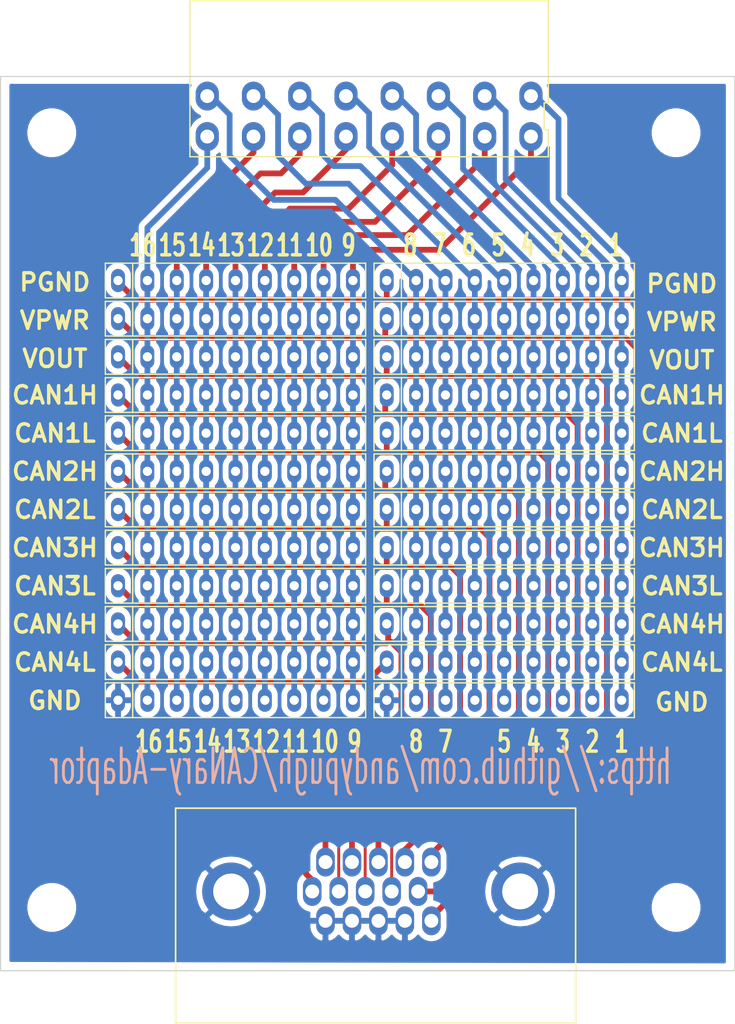
<source format=kicad_pcb>
(kicad_pcb (version 20171130) (host pcbnew "(5.1.9-0-10_14)")
  (layers (0 F.Cu signal) (31 B.Cu signal) (34 B.Paste user) (35 F.Paste user) (36 B.SilkS user) (37 F.SilkS user) (38 B.Mask user) (39 F.Mask user) (44 Edge.Cuts user))
  (net 0 "")
  (net 1 "Net-(J1-Pad1)")
  (module MyParts:SIP-9 (layer F.Cu) (at 159.131 81.782)
    (fp_text reference REF** hide)
    (fp_text value SIP-9 hide)
    (pad 1 thru_hole oval (at -10.16 0) (size 1.2 2) (drill 0.8) (layers *.Cu *.Mask))
    (pad 2 thru_hole oval (at -7.62 0) (size 1.2 2) (drill 0.8) (layers *.Cu *.Mask))
    (pad 3 thru_hole oval (at -5.08 0) (size 1.2 2) (drill 0.8) (layers *.Cu *.Mask))
    (pad 4 thru_hole oval (at -2.54 0) (size 1.2 2) (drill 0.8) (layers *.Cu *.Mask))
    (pad 5 thru_hole oval (at 0 0) (size 1.2 2) (drill 0.8) (layers *.Cu *.Mask))
    (pad 6 thru_hole oval (at 2.54 0) (size 1.2 2) (drill 0.8) (layers *.Cu *.Mask))
    (pad 7 thru_hole oval (at 5.08 0) (size 1.2 2) (drill 0.8) (layers *.Cu *.Mask))
    (pad 8 thru_hole oval (at 7.62 0) (size 1.2 2) (drill 0.8) (layers *.Cu *.Mask))
    (pad 9 thru_hole oval (at 10.16 0) (size 1.2 2) (drill 0.8) (layers *.Cu *.Mask))
  )
  (module MyParts:SIP-9 (layer F.Cu) (at 159.131 101.582)
    (fp_text reference REF** hide)
    (fp_text value SIP-9 hide)
    (pad 1 thru_hole oval (at -10.16 0) (size 1.2 2) (drill 0.8) (layers *.Cu *.Mask))
    (pad 2 thru_hole oval (at -7.62 0) (size 1.2 2) (drill 0.8) (layers *.Cu *.Mask))
    (pad 3 thru_hole oval (at -5.08 0) (size 1.2 2) (drill 0.8) (layers *.Cu *.Mask))
    (pad 4 thru_hole oval (at -2.54 0) (size 1.2 2) (drill 0.8) (layers *.Cu *.Mask))
    (pad 5 thru_hole oval (at 0 0) (size 1.2 2) (drill 0.8) (layers *.Cu *.Mask))
    (pad 6 thru_hole oval (at 2.54 0) (size 1.2 2) (drill 0.8) (layers *.Cu *.Mask))
    (pad 7 thru_hole oval (at 5.08 0) (size 1.2 2) (drill 0.8) (layers *.Cu *.Mask))
    (pad 8 thru_hole oval (at 7.62 0) (size 1.2 2) (drill 0.8) (layers *.Cu *.Mask))
    (pad 9 thru_hole oval (at 10.16 0) (size 1.2 2) (drill 0.8) (layers *.Cu *.Mask))
  )
  (module Mounting_Holes:MountingHole_3.2mm_M3 (layer F.Cu) (at 174 136)
    (fp_text reference REF** hide)
    (fp_text value MountingHole_3.2mm_M3 hide)
    (pad 1 np_thru_hole circle (at 0 0) (size 3.2 3.2) (drill 3.2) (layers *.Cu *.Mask))
  )
  (module Mounting_Holes:MountingHole_3.2mm_M3 (layer F.Cu) (at 120 136)
    (fp_text reference REF** hide)
    (fp_text value MountingHole_3.2mm_M3 hide)
    (pad 1 np_thru_hole circle (at 0 0) (size 3.2 3.2) (drill 3.2) (layers *.Cu *.Mask))
  )
  (module Mounting_Holes:MountingHole_3.2mm_M3 (layer F.Cu) (at 174 69)
    (fp_text reference REF** hide)
    (fp_text value MountingHole_3.2mm_M3 hide)
    (pad 1 np_thru_hole circle (at 0 0) (size 3.2 3.2) (drill 3.2) (layers *.Cu *.Mask))
  )
  (module Mounting_Holes:MountingHole_3.2mm_M3 (layer F.Cu) (at 120 69)
    (fp_text reference REF** hide)
    (fp_text value MountingHole_3.2mm_M3 hide)
    (pad 1 np_thru_hole circle (at 0 0) (size 3.2 3.2) (drill 3.2) (layers *.Cu *.Mask))
  )
  (module MyParts:OBD11 (layer F.Cu) (at 147.447 67.579 180)
    (fp_text reference REF** hide)
    (fp_text value OBD11)
    (pad 8 thru_hole oval (at 14 1.75 180) (size 2 2.5) (drill 1.2) (layers *.Cu *.Mask))
    (pad 16 thru_hole oval (at 14 -1.75 180) (size 2 2.5) (drill 1.2) (layers *.Cu *.Mask))
    (pad 7 thru_hole oval (at 10 1.75 180) (size 2 2.5) (drill 1.2) (layers *.Cu *.Mask))
    (pad 15 thru_hole oval (at 10 -1.75 180) (size 2 2.5) (drill 1.2) (layers *.Cu *.Mask))
    (pad 6 thru_hole oval (at 6 1.75 180) (size 2 2.5) (drill 1.2) (layers *.Cu *.Mask))
    (pad 14 thru_hole oval (at 6 -1.75 180) (size 2 2.5) (drill 1.2) (layers *.Cu *.Mask))
    (pad 5 thru_hole oval (at 2 1.75 180) (size 2 2.5) (drill 1.2) (layers *.Cu *.Mask))
    (pad 13 thru_hole oval (at 2 -1.75 180) (size 2 2.5) (drill 1.2) (layers *.Cu *.Mask))
    (pad 4 thru_hole oval (at -2 1.75 180) (size 2 2.5) (drill 1.2) (layers *.Cu *.Mask))
    (pad 12 thru_hole oval (at -2 -1.75 180) (size 2 2.5) (drill 1.2) (layers *.Cu *.Mask))
    (pad 3 thru_hole oval (at -6 1.75 180) (size 2 2.5) (drill 1.2) (layers *.Cu *.Mask))
    (pad 11 thru_hole oval (at -6 -1.75 180) (size 2 2.5) (drill 1.2) (layers *.Cu *.Mask))
    (pad 2 thru_hole oval (at -10 1.75 180) (size 2 2.5) (drill 1.2) (layers *.Cu *.Mask))
    (pad 10 thru_hole oval (at -10 -1.75 180) (size 2 2.5) (drill 1.2) (layers *.Cu *.Mask))
    (pad 1 thru_hole oval (at -14 1.75 180) (size 2 2.5) (drill 1.2) (layers *.Cu *.Mask))
    (pad 9 thru_hole oval (at -14 -1.75 180) (size 2 2.5) (drill 1.2) (layers *.Cu *.Mask))
  )
  (module MyParts:SIP-9 (layer F.Cu) (at 135.89 118.082)
    (fp_text reference REF** hide)
    (fp_text value SIP-9 hide)
    (pad 9 thru_hole oval (at 10.16 0) (size 1.2 2) (drill 0.8) (layers *.Cu *.Mask))
    (pad 8 thru_hole oval (at 7.62 0) (size 1.2 2) (drill 0.8) (layers *.Cu *.Mask))
    (pad 7 thru_hole oval (at 5.08 0) (size 1.2 2) (drill 0.8) (layers *.Cu *.Mask))
    (pad 6 thru_hole oval (at 2.54 0) (size 1.2 2) (drill 0.8) (layers *.Cu *.Mask))
    (pad 5 thru_hole oval (at 0 0) (size 1.2 2) (drill 0.8) (layers *.Cu *.Mask))
    (pad 4 thru_hole oval (at -2.54 0) (size 1.2 2) (drill 0.8) (layers *.Cu *.Mask))
    (pad 3 thru_hole oval (at -5.08 0) (size 1.2 2) (drill 0.8) (layers *.Cu *.Mask))
    (pad 2 thru_hole oval (at -7.62 0) (size 1.2 2) (drill 0.8) (layers *.Cu *.Mask))
    (pad 1 thru_hole oval (at -10.16 0) (size 1.2 2) (drill 0.8) (layers *.Cu *.Mask) (net 1 "Net-(J1-Pad1)"))
  )
  (module MyParts:SIP-9 (layer F.Cu) (at 135.89 114.782)
    (fp_text reference REF** hide)
    (fp_text value SIP-9 hide)
    (pad 9 thru_hole oval (at 10.16 0) (size 1.2 2) (drill 0.8) (layers *.Cu *.Mask))
    (pad 8 thru_hole oval (at 7.62 0) (size 1.2 2) (drill 0.8) (layers *.Cu *.Mask))
    (pad 7 thru_hole oval (at 5.08 0) (size 1.2 2) (drill 0.8) (layers *.Cu *.Mask))
    (pad 6 thru_hole oval (at 2.54 0) (size 1.2 2) (drill 0.8) (layers *.Cu *.Mask))
    (pad 5 thru_hole oval (at 0 0) (size 1.2 2) (drill 0.8) (layers *.Cu *.Mask))
    (pad 4 thru_hole oval (at -2.54 0) (size 1.2 2) (drill 0.8) (layers *.Cu *.Mask))
    (pad 3 thru_hole oval (at -5.08 0) (size 1.2 2) (drill 0.8) (layers *.Cu *.Mask))
    (pad 2 thru_hole oval (at -7.62 0) (size 1.2 2) (drill 0.8) (layers *.Cu *.Mask))
    (pad 1 thru_hole oval (at -10.16 0) (size 1.2 2) (drill 0.8) (layers *.Cu *.Mask))
  )
  (module MyParts:SIP-9 (layer F.Cu) (at 135.89 111.482)
    (fp_text reference REF** hide)
    (fp_text value SIP-9 hide)
    (pad 9 thru_hole oval (at 10.16 0) (size 1.2 2) (drill 0.8) (layers *.Cu *.Mask))
    (pad 8 thru_hole oval (at 7.62 0) (size 1.2 2) (drill 0.8) (layers *.Cu *.Mask))
    (pad 7 thru_hole oval (at 5.08 0) (size 1.2 2) (drill 0.8) (layers *.Cu *.Mask))
    (pad 6 thru_hole oval (at 2.54 0) (size 1.2 2) (drill 0.8) (layers *.Cu *.Mask))
    (pad 5 thru_hole oval (at 0 0) (size 1.2 2) (drill 0.8) (layers *.Cu *.Mask))
    (pad 4 thru_hole oval (at -2.54 0) (size 1.2 2) (drill 0.8) (layers *.Cu *.Mask))
    (pad 3 thru_hole oval (at -5.08 0) (size 1.2 2) (drill 0.8) (layers *.Cu *.Mask))
    (pad 2 thru_hole oval (at -7.62 0) (size 1.2 2) (drill 0.8) (layers *.Cu *.Mask))
    (pad 1 thru_hole oval (at -10.16 0) (size 1.2 2) (drill 0.8) (layers *.Cu *.Mask))
  )
  (module MyParts:SIP-9 (layer F.Cu) (at 135.89 108.182)
    (fp_text reference REF** hide)
    (fp_text value SIP-9 hide)
    (pad 9 thru_hole oval (at 10.16 0) (size 1.2 2) (drill 0.8) (layers *.Cu *.Mask))
    (pad 8 thru_hole oval (at 7.62 0) (size 1.2 2) (drill 0.8) (layers *.Cu *.Mask))
    (pad 7 thru_hole oval (at 5.08 0) (size 1.2 2) (drill 0.8) (layers *.Cu *.Mask))
    (pad 6 thru_hole oval (at 2.54 0) (size 1.2 2) (drill 0.8) (layers *.Cu *.Mask))
    (pad 5 thru_hole oval (at 0 0) (size 1.2 2) (drill 0.8) (layers *.Cu *.Mask))
    (pad 4 thru_hole oval (at -2.54 0) (size 1.2 2) (drill 0.8) (layers *.Cu *.Mask))
    (pad 3 thru_hole oval (at -5.08 0) (size 1.2 2) (drill 0.8) (layers *.Cu *.Mask))
    (pad 2 thru_hole oval (at -7.62 0) (size 1.2 2) (drill 0.8) (layers *.Cu *.Mask))
    (pad 1 thru_hole oval (at -10.16 0) (size 1.2 2) (drill 0.8) (layers *.Cu *.Mask))
  )
  (module MyParts:SIP-9 (layer F.Cu) (at 135.89 104.882)
    (fp_text reference REF** hide)
    (fp_text value SIP-9 hide)
    (pad 9 thru_hole oval (at 10.16 0) (size 1.2 2) (drill 0.8) (layers *.Cu *.Mask))
    (pad 8 thru_hole oval (at 7.62 0) (size 1.2 2) (drill 0.8) (layers *.Cu *.Mask))
    (pad 7 thru_hole oval (at 5.08 0) (size 1.2 2) (drill 0.8) (layers *.Cu *.Mask))
    (pad 6 thru_hole oval (at 2.54 0) (size 1.2 2) (drill 0.8) (layers *.Cu *.Mask))
    (pad 5 thru_hole oval (at 0 0) (size 1.2 2) (drill 0.8) (layers *.Cu *.Mask))
    (pad 4 thru_hole oval (at -2.54 0) (size 1.2 2) (drill 0.8) (layers *.Cu *.Mask))
    (pad 3 thru_hole oval (at -5.08 0) (size 1.2 2) (drill 0.8) (layers *.Cu *.Mask))
    (pad 2 thru_hole oval (at -7.62 0) (size 1.2 2) (drill 0.8) (layers *.Cu *.Mask))
    (pad 1 thru_hole oval (at -10.16 0) (size 1.2 2) (drill 0.8) (layers *.Cu *.Mask))
  )
  (module MyParts:SIP-9 (layer F.Cu) (at 135.89 101.582)
    (fp_text reference REF** hide)
    (fp_text value SIP-9 hide)
    (pad 9 thru_hole oval (at 10.16 0) (size 1.2 2) (drill 0.8) (layers *.Cu *.Mask))
    (pad 8 thru_hole oval (at 7.62 0) (size 1.2 2) (drill 0.8) (layers *.Cu *.Mask))
    (pad 7 thru_hole oval (at 5.08 0) (size 1.2 2) (drill 0.8) (layers *.Cu *.Mask))
    (pad 6 thru_hole oval (at 2.54 0) (size 1.2 2) (drill 0.8) (layers *.Cu *.Mask))
    (pad 5 thru_hole oval (at 0 0) (size 1.2 2) (drill 0.8) (layers *.Cu *.Mask))
    (pad 4 thru_hole oval (at -2.54 0) (size 1.2 2) (drill 0.8) (layers *.Cu *.Mask))
    (pad 3 thru_hole oval (at -5.08 0) (size 1.2 2) (drill 0.8) (layers *.Cu *.Mask))
    (pad 2 thru_hole oval (at -7.62 0) (size 1.2 2) (drill 0.8) (layers *.Cu *.Mask))
    (pad 1 thru_hole oval (at -10.16 0) (size 1.2 2) (drill 0.8) (layers *.Cu *.Mask))
  )
  (module MyParts:SIP-9 (layer F.Cu) (at 135.89 98.282)
    (fp_text reference REF** hide)
    (fp_text value SIP-9 hide)
    (pad 9 thru_hole oval (at 10.16 0) (size 1.2 2) (drill 0.8) (layers *.Cu *.Mask))
    (pad 8 thru_hole oval (at 7.62 0) (size 1.2 2) (drill 0.8) (layers *.Cu *.Mask))
    (pad 7 thru_hole oval (at 5.08 0) (size 1.2 2) (drill 0.8) (layers *.Cu *.Mask))
    (pad 6 thru_hole oval (at 2.54 0) (size 1.2 2) (drill 0.8) (layers *.Cu *.Mask))
    (pad 5 thru_hole oval (at 0 0) (size 1.2 2) (drill 0.8) (layers *.Cu *.Mask))
    (pad 4 thru_hole oval (at -2.54 0) (size 1.2 2) (drill 0.8) (layers *.Cu *.Mask))
    (pad 3 thru_hole oval (at -5.08 0) (size 1.2 2) (drill 0.8) (layers *.Cu *.Mask))
    (pad 2 thru_hole oval (at -7.62 0) (size 1.2 2) (drill 0.8) (layers *.Cu *.Mask))
    (pad 1 thru_hole oval (at -10.16 0) (size 1.2 2) (drill 0.8) (layers *.Cu *.Mask))
  )
  (module MyParts:SIP-9 (layer F.Cu) (at 135.89 94.982)
    (fp_text reference REF** hide)
    (fp_text value SIP-9 hide)
    (pad 9 thru_hole oval (at 10.16 0) (size 1.2 2) (drill 0.8) (layers *.Cu *.Mask))
    (pad 8 thru_hole oval (at 7.62 0) (size 1.2 2) (drill 0.8) (layers *.Cu *.Mask))
    (pad 7 thru_hole oval (at 5.08 0) (size 1.2 2) (drill 0.8) (layers *.Cu *.Mask))
    (pad 6 thru_hole oval (at 2.54 0) (size 1.2 2) (drill 0.8) (layers *.Cu *.Mask))
    (pad 5 thru_hole oval (at 0 0) (size 1.2 2) (drill 0.8) (layers *.Cu *.Mask))
    (pad 4 thru_hole oval (at -2.54 0) (size 1.2 2) (drill 0.8) (layers *.Cu *.Mask))
    (pad 3 thru_hole oval (at -5.08 0) (size 1.2 2) (drill 0.8) (layers *.Cu *.Mask))
    (pad 2 thru_hole oval (at -7.62 0) (size 1.2 2) (drill 0.8) (layers *.Cu *.Mask))
    (pad 1 thru_hole oval (at -10.16 0) (size 1.2 2) (drill 0.8) (layers *.Cu *.Mask))
  )
  (module MyParts:SIP-9 (layer F.Cu) (at 135.89 91.682)
    (fp_text reference REF** hide)
    (fp_text value SIP-9 hide)
    (pad 9 thru_hole oval (at 10.16 0) (size 1.2 2) (drill 0.8) (layers *.Cu *.Mask))
    (pad 8 thru_hole oval (at 7.62 0) (size 1.2 2) (drill 0.8) (layers *.Cu *.Mask))
    (pad 7 thru_hole oval (at 5.08 0) (size 1.2 2) (drill 0.8) (layers *.Cu *.Mask))
    (pad 6 thru_hole oval (at 2.54 0) (size 1.2 2) (drill 0.8) (layers *.Cu *.Mask))
    (pad 5 thru_hole oval (at 0 0) (size 1.2 2) (drill 0.8) (layers *.Cu *.Mask))
    (pad 4 thru_hole oval (at -2.54 0) (size 1.2 2) (drill 0.8) (layers *.Cu *.Mask))
    (pad 3 thru_hole oval (at -5.08 0) (size 1.2 2) (drill 0.8) (layers *.Cu *.Mask))
    (pad 2 thru_hole oval (at -7.62 0) (size 1.2 2) (drill 0.8) (layers *.Cu *.Mask))
    (pad 1 thru_hole oval (at -10.16 0) (size 1.2 2) (drill 0.8) (layers *.Cu *.Mask))
  )
  (module MyParts:SIP-9 (layer F.Cu) (at 135.89 88.382)
    (fp_text reference REF** hide)
    (fp_text value SIP-9 hide)
    (pad 9 thru_hole oval (at 10.16 0) (size 1.2 2) (drill 0.8) (layers *.Cu *.Mask))
    (pad 8 thru_hole oval (at 7.62 0) (size 1.2 2) (drill 0.8) (layers *.Cu *.Mask))
    (pad 7 thru_hole oval (at 5.08 0) (size 1.2 2) (drill 0.8) (layers *.Cu *.Mask))
    (pad 6 thru_hole oval (at 2.54 0) (size 1.2 2) (drill 0.8) (layers *.Cu *.Mask))
    (pad 5 thru_hole oval (at 0 0) (size 1.2 2) (drill 0.8) (layers *.Cu *.Mask))
    (pad 4 thru_hole oval (at -2.54 0) (size 1.2 2) (drill 0.8) (layers *.Cu *.Mask))
    (pad 3 thru_hole oval (at -5.08 0) (size 1.2 2) (drill 0.8) (layers *.Cu *.Mask))
    (pad 2 thru_hole oval (at -7.62 0) (size 1.2 2) (drill 0.8) (layers *.Cu *.Mask))
    (pad 1 thru_hole oval (at -10.16 0) (size 1.2 2) (drill 0.8) (layers *.Cu *.Mask))
  )
  (module MyParts:SIP-9 (layer F.Cu) (at 135.89 85.082)
    (fp_text reference REF** hide)
    (fp_text value SIP-9 hide)
    (pad 9 thru_hole oval (at 10.16 0) (size 1.2 2) (drill 0.8) (layers *.Cu *.Mask))
    (pad 8 thru_hole oval (at 7.62 0) (size 1.2 2) (drill 0.8) (layers *.Cu *.Mask))
    (pad 7 thru_hole oval (at 5.08 0) (size 1.2 2) (drill 0.8) (layers *.Cu *.Mask))
    (pad 6 thru_hole oval (at 2.54 0) (size 1.2 2) (drill 0.8) (layers *.Cu *.Mask))
    (pad 5 thru_hole oval (at 0 0) (size 1.2 2) (drill 0.8) (layers *.Cu *.Mask))
    (pad 4 thru_hole oval (at -2.54 0) (size 1.2 2) (drill 0.8) (layers *.Cu *.Mask))
    (pad 3 thru_hole oval (at -5.08 0) (size 1.2 2) (drill 0.8) (layers *.Cu *.Mask))
    (pad 2 thru_hole oval (at -7.62 0) (size 1.2 2) (drill 0.8) (layers *.Cu *.Mask))
    (pad 1 thru_hole oval (at -10.16 0) (size 1.2 2) (drill 0.8) (layers *.Cu *.Mask))
  )
  (module MyParts:SIP-9 (layer F.Cu) (at 135.89 81.782)
    (fp_text reference REF** hide)
    (fp_text value SIP-9 hide)
    (pad 9 thru_hole oval (at 10.16 0) (size 1.2 2) (drill 0.8) (layers *.Cu *.Mask))
    (pad 8 thru_hole oval (at 7.62 0) (size 1.2 2) (drill 0.8) (layers *.Cu *.Mask))
    (pad 7 thru_hole oval (at 5.08 0) (size 1.2 2) (drill 0.8) (layers *.Cu *.Mask))
    (pad 6 thru_hole oval (at 2.54 0) (size 1.2 2) (drill 0.8) (layers *.Cu *.Mask))
    (pad 5 thru_hole oval (at 0 0) (size 1.2 2) (drill 0.8) (layers *.Cu *.Mask))
    (pad 4 thru_hole oval (at -2.54 0) (size 1.2 2) (drill 0.8) (layers *.Cu *.Mask))
    (pad 3 thru_hole oval (at -5.08 0) (size 1.2 2) (drill 0.8) (layers *.Cu *.Mask))
    (pad 2 thru_hole oval (at -7.62 0) (size 1.2 2) (drill 0.8) (layers *.Cu *.Mask))
    (pad 1 thru_hole oval (at -10.16 0) (size 1.2 2) (drill 0.8) (layers *.Cu *.Mask))
  )
  (module MyParts:SIP-9 (layer F.Cu) (at 159.131 118.082)
    (fp_text reference REF** hide)
    (fp_text value SIP-9 hide)
    (pad 1 thru_hole oval (at -10.16 0) (size 1.2 2) (drill 0.8) (layers *.Cu *.Mask) (net 1 "Net-(J1-Pad1)"))
    (pad 2 thru_hole oval (at -7.62 0) (size 1.2 2) (drill 0.8) (layers *.Cu *.Mask))
    (pad 3 thru_hole oval (at -5.08 0) (size 1.2 2) (drill 0.8) (layers *.Cu *.Mask))
    (pad 4 thru_hole oval (at -2.54 0) (size 1.2 2) (drill 0.8) (layers *.Cu *.Mask))
    (pad 5 thru_hole oval (at 0 0) (size 1.2 2) (drill 0.8) (layers *.Cu *.Mask))
    (pad 6 thru_hole oval (at 2.54 0) (size 1.2 2) (drill 0.8) (layers *.Cu *.Mask))
    (pad 7 thru_hole oval (at 5.08 0) (size 1.2 2) (drill 0.8) (layers *.Cu *.Mask))
    (pad 8 thru_hole oval (at 7.62 0) (size 1.2 2) (drill 0.8) (layers *.Cu *.Mask))
    (pad 9 thru_hole oval (at 10.16 0) (size 1.2 2) (drill 0.8) (layers *.Cu *.Mask))
  )
  (module MyParts:SIP-9 (layer F.Cu) (at 159.131 114.782)
    (fp_text reference REF** hide)
    (fp_text value SIP-9 hide)
    (pad 1 thru_hole oval (at -10.16 0) (size 1.2 2) (drill 0.8) (layers *.Cu *.Mask))
    (pad 2 thru_hole oval (at -7.62 0) (size 1.2 2) (drill 0.8) (layers *.Cu *.Mask))
    (pad 3 thru_hole oval (at -5.08 0) (size 1.2 2) (drill 0.8) (layers *.Cu *.Mask))
    (pad 4 thru_hole oval (at -2.54 0) (size 1.2 2) (drill 0.8) (layers *.Cu *.Mask))
    (pad 5 thru_hole oval (at 0 0) (size 1.2 2) (drill 0.8) (layers *.Cu *.Mask))
    (pad 6 thru_hole oval (at 2.54 0) (size 1.2 2) (drill 0.8) (layers *.Cu *.Mask))
    (pad 7 thru_hole oval (at 5.08 0) (size 1.2 2) (drill 0.8) (layers *.Cu *.Mask))
    (pad 8 thru_hole oval (at 7.62 0) (size 1.2 2) (drill 0.8) (layers *.Cu *.Mask))
    (pad 9 thru_hole oval (at 10.16 0) (size 1.2 2) (drill 0.8) (layers *.Cu *.Mask))
  )
  (module MyParts:SIP-9 (layer F.Cu) (at 159.131 111.482)
    (fp_text reference REF** hide)
    (fp_text value SIP-9 hide)
    (pad 1 thru_hole oval (at -10.16 0) (size 1.2 2) (drill 0.8) (layers *.Cu *.Mask))
    (pad 2 thru_hole oval (at -7.62 0) (size 1.2 2) (drill 0.8) (layers *.Cu *.Mask))
    (pad 3 thru_hole oval (at -5.08 0) (size 1.2 2) (drill 0.8) (layers *.Cu *.Mask))
    (pad 4 thru_hole oval (at -2.54 0) (size 1.2 2) (drill 0.8) (layers *.Cu *.Mask))
    (pad 5 thru_hole oval (at 0 0) (size 1.2 2) (drill 0.8) (layers *.Cu *.Mask))
    (pad 6 thru_hole oval (at 2.54 0) (size 1.2 2) (drill 0.8) (layers *.Cu *.Mask))
    (pad 7 thru_hole oval (at 5.08 0) (size 1.2 2) (drill 0.8) (layers *.Cu *.Mask))
    (pad 8 thru_hole oval (at 7.62 0) (size 1.2 2) (drill 0.8) (layers *.Cu *.Mask))
    (pad 9 thru_hole oval (at 10.16 0) (size 1.2 2) (drill 0.8) (layers *.Cu *.Mask))
  )
  (module MyParts:SIP-9 (layer F.Cu) (at 159.131 108.182)
    (fp_text reference REF** hide)
    (fp_text value SIP-9 hide)
    (pad 1 thru_hole oval (at -10.16 0) (size 1.2 2) (drill 0.8) (layers *.Cu *.Mask))
    (pad 2 thru_hole oval (at -7.62 0) (size 1.2 2) (drill 0.8) (layers *.Cu *.Mask))
    (pad 3 thru_hole oval (at -5.08 0) (size 1.2 2) (drill 0.8) (layers *.Cu *.Mask))
    (pad 4 thru_hole oval (at -2.54 0) (size 1.2 2) (drill 0.8) (layers *.Cu *.Mask))
    (pad 5 thru_hole oval (at 0 0) (size 1.2 2) (drill 0.8) (layers *.Cu *.Mask))
    (pad 6 thru_hole oval (at 2.54 0) (size 1.2 2) (drill 0.8) (layers *.Cu *.Mask))
    (pad 7 thru_hole oval (at 5.08 0) (size 1.2 2) (drill 0.8) (layers *.Cu *.Mask))
    (pad 8 thru_hole oval (at 7.62 0) (size 1.2 2) (drill 0.8) (layers *.Cu *.Mask))
    (pad 9 thru_hole oval (at 10.16 0) (size 1.2 2) (drill 0.8) (layers *.Cu *.Mask))
  )
  (module MyParts:SIP-9 (layer F.Cu) (at 159.131 104.882)
    (fp_text reference REF** hide)
    (fp_text value SIP-9 hide)
    (pad 1 thru_hole oval (at -10.16 0) (size 1.2 2) (drill 0.8) (layers *.Cu *.Mask))
    (pad 2 thru_hole oval (at -7.62 0) (size 1.2 2) (drill 0.8) (layers *.Cu *.Mask))
    (pad 3 thru_hole oval (at -5.08 0) (size 1.2 2) (drill 0.8) (layers *.Cu *.Mask))
    (pad 4 thru_hole oval (at -2.54 0) (size 1.2 2) (drill 0.8) (layers *.Cu *.Mask))
    (pad 5 thru_hole oval (at 0 0) (size 1.2 2) (drill 0.8) (layers *.Cu *.Mask))
    (pad 6 thru_hole oval (at 2.54 0) (size 1.2 2) (drill 0.8) (layers *.Cu *.Mask))
    (pad 7 thru_hole oval (at 5.08 0) (size 1.2 2) (drill 0.8) (layers *.Cu *.Mask))
    (pad 8 thru_hole oval (at 7.62 0) (size 1.2 2) (drill 0.8) (layers *.Cu *.Mask))
    (pad 9 thru_hole oval (at 10.16 0) (size 1.2 2) (drill 0.8) (layers *.Cu *.Mask))
  )
  (module MyParts:SIP-9 (layer F.Cu) (at 159.131 98.282)
    (fp_text reference REF** hide)
    (fp_text value SIP-9 hide)
    (pad 1 thru_hole oval (at -10.16 0) (size 1.2 2) (drill 0.8) (layers *.Cu *.Mask))
    (pad 2 thru_hole oval (at -7.62 0) (size 1.2 2) (drill 0.8) (layers *.Cu *.Mask))
    (pad 3 thru_hole oval (at -5.08 0) (size 1.2 2) (drill 0.8) (layers *.Cu *.Mask))
    (pad 4 thru_hole oval (at -2.54 0) (size 1.2 2) (drill 0.8) (layers *.Cu *.Mask))
    (pad 5 thru_hole oval (at 0 0) (size 1.2 2) (drill 0.8) (layers *.Cu *.Mask))
    (pad 6 thru_hole oval (at 2.54 0) (size 1.2 2) (drill 0.8) (layers *.Cu *.Mask))
    (pad 7 thru_hole oval (at 5.08 0) (size 1.2 2) (drill 0.8) (layers *.Cu *.Mask))
    (pad 8 thru_hole oval (at 7.62 0) (size 1.2 2) (drill 0.8) (layers *.Cu *.Mask))
    (pad 9 thru_hole oval (at 10.16 0) (size 1.2 2) (drill 0.8) (layers *.Cu *.Mask))
  )
  (module MyParts:SIP-9 (layer F.Cu) (at 159.131 94.982)
    (fp_text reference REF** hide)
    (fp_text value SIP-9 hide)
    (pad 1 thru_hole oval (at -10.16 0) (size 1.2 2) (drill 0.8) (layers *.Cu *.Mask))
    (pad 2 thru_hole oval (at -7.62 0) (size 1.2 2) (drill 0.8) (layers *.Cu *.Mask))
    (pad 3 thru_hole oval (at -5.08 0) (size 1.2 2) (drill 0.8) (layers *.Cu *.Mask))
    (pad 4 thru_hole oval (at -2.54 0) (size 1.2 2) (drill 0.8) (layers *.Cu *.Mask))
    (pad 5 thru_hole oval (at 0 0) (size 1.2 2) (drill 0.8) (layers *.Cu *.Mask))
    (pad 6 thru_hole oval (at 2.54 0) (size 1.2 2) (drill 0.8) (layers *.Cu *.Mask))
    (pad 7 thru_hole oval (at 5.08 0) (size 1.2 2) (drill 0.8) (layers *.Cu *.Mask))
    (pad 8 thru_hole oval (at 7.62 0) (size 1.2 2) (drill 0.8) (layers *.Cu *.Mask))
    (pad 9 thru_hole oval (at 10.16 0) (size 1.2 2) (drill 0.8) (layers *.Cu *.Mask))
  )
  (module MyParts:SIP-9 (layer F.Cu) (at 159.131 91.682)
    (fp_text reference REF** hide)
    (fp_text value SIP-9 hide)
    (pad 1 thru_hole oval (at -10.16 0) (size 1.2 2) (drill 0.8) (layers *.Cu *.Mask))
    (pad 2 thru_hole oval (at -7.62 0) (size 1.2 2) (drill 0.8) (layers *.Cu *.Mask))
    (pad 3 thru_hole oval (at -5.08 0) (size 1.2 2) (drill 0.8) (layers *.Cu *.Mask))
    (pad 4 thru_hole oval (at -2.54 0) (size 1.2 2) (drill 0.8) (layers *.Cu *.Mask))
    (pad 5 thru_hole oval (at 0 0) (size 1.2 2) (drill 0.8) (layers *.Cu *.Mask))
    (pad 6 thru_hole oval (at 2.54 0) (size 1.2 2) (drill 0.8) (layers *.Cu *.Mask))
    (pad 7 thru_hole oval (at 5.08 0) (size 1.2 2) (drill 0.8) (layers *.Cu *.Mask))
    (pad 8 thru_hole oval (at 7.62 0) (size 1.2 2) (drill 0.8) (layers *.Cu *.Mask))
    (pad 9 thru_hole oval (at 10.16 0) (size 1.2 2) (drill 0.8) (layers *.Cu *.Mask))
  )
  (module MyParts:SIP-9 (layer F.Cu) (at 159.131 88.382)
    (fp_text reference REF** hide)
    (fp_text value SIP-9 hide)
    (pad 1 thru_hole oval (at -10.16 0) (size 1.2 2) (drill 0.8) (layers *.Cu *.Mask))
    (pad 2 thru_hole oval (at -7.62 0) (size 1.2 2) (drill 0.8) (layers *.Cu *.Mask))
    (pad 3 thru_hole oval (at -5.08 0) (size 1.2 2) (drill 0.8) (layers *.Cu *.Mask))
    (pad 4 thru_hole oval (at -2.54 0) (size 1.2 2) (drill 0.8) (layers *.Cu *.Mask))
    (pad 5 thru_hole oval (at 0 0) (size 1.2 2) (drill 0.8) (layers *.Cu *.Mask))
    (pad 6 thru_hole oval (at 2.54 0) (size 1.2 2) (drill 0.8) (layers *.Cu *.Mask))
    (pad 7 thru_hole oval (at 5.08 0) (size 1.2 2) (drill 0.8) (layers *.Cu *.Mask))
    (pad 8 thru_hole oval (at 7.62 0) (size 1.2 2) (drill 0.8) (layers *.Cu *.Mask))
    (pad 9 thru_hole oval (at 10.16 0) (size 1.2 2) (drill 0.8) (layers *.Cu *.Mask))
  )
  (module MyParts:SIP-9 (layer F.Cu) (at 159.131 85.082)
    (fp_text reference REF** hide)
    (fp_text value SIP-9 hide)
    (pad 1 thru_hole oval (at -10.16 0) (size 1.2 2) (drill 0.8) (layers *.Cu *.Mask))
    (pad 2 thru_hole oval (at -7.62 0) (size 1.2 2) (drill 0.8) (layers *.Cu *.Mask))
    (pad 3 thru_hole oval (at -5.08 0) (size 1.2 2) (drill 0.8) (layers *.Cu *.Mask))
    (pad 4 thru_hole oval (at -2.54 0) (size 1.2 2) (drill 0.8) (layers *.Cu *.Mask))
    (pad 5 thru_hole oval (at 0 0) (size 1.2 2) (drill 0.8) (layers *.Cu *.Mask))
    (pad 6 thru_hole oval (at 2.54 0) (size 1.2 2) (drill 0.8) (layers *.Cu *.Mask))
    (pad 7 thru_hole oval (at 5.08 0) (size 1.2 2) (drill 0.8) (layers *.Cu *.Mask))
    (pad 8 thru_hole oval (at 7.62 0) (size 1.2 2) (drill 0.8) (layers *.Cu *.Mask))
    (pad 9 thru_hole oval (at 10.16 0) (size 1.2 2) (drill 0.8) (layers *.Cu *.Mask))
  )
  (module MyParts:HD-15 (layer F.Cu) (at 135.509 134.62)
    (fp_text reference REF** hide)
    (fp_text value HD-15)
    (pad 5 thru_hole oval (at 17.325 -2.54) (size 1.6 2.5) (drill 1.2) (layers *.Cu *.Mask))
    (pad 4 thru_hole oval (at 15.035 -2.54) (size 1.6 2.5) (drill 1.2) (layers *.Cu *.Mask))
    (pad 3 thru_hole oval (at 12.745 -2.54) (size 1.6 2.5) (drill 1.2) (layers *.Cu *.Mask))
    (pad 2 thru_hole oval (at 10.455 -2.54) (size 1.6 2.5) (drill 1.2) (layers *.Cu *.Mask))
    (pad 1 thru_hole oval (at 8.165 -2.54) (size 1.6 2.5) (drill 1.2) (layers *.Cu *.Mask))
    (pad 10 thru_hole oval (at 16.18 0) (size 1.6 2.5) (drill 1.2) (layers *.Cu *.Mask))
    (pad 9 thru_hole oval (at 13.89 0) (size 1.6 2.5) (drill 1.2) (layers *.Cu *.Mask))
    (pad 8 thru_hole oval (at 11.6 0) (size 1.6 2.5) (drill 1.2) (layers *.Cu *.Mask))
    (pad 7 thru_hole oval (at 9.31 0) (size 1.6 2.5) (drill 1.2) (layers *.Cu *.Mask))
    (pad 6 thru_hole oval (at 7.02 0) (size 1.6 2.5) (drill 1.2) (layers *.Cu *.Mask))
    (pad 15 thru_hole oval (at 17.325 2.54) (size 1.6 2.5) (drill 1.2) (layers *.Cu *.Mask))
    (pad 14 thru_hole oval (at 15.035 2.54) (size 1.6 2.5) (drill 1.2) (layers *.Cu *.Mask) (net 1 "Net-(J1-Pad1)"))
    (pad 13 thru_hole oval (at 12.745 2.54) (size 1.6 2.5) (drill 1.2) (layers *.Cu *.Mask) (net 1 "Net-(J1-Pad1)"))
    (pad 12 thru_hole oval (at 10.455 2.54) (size 1.6 2.5) (drill 1.2) (layers *.Cu *.Mask) (net 1 "Net-(J1-Pad1)"))
    (pad 11 thru_hole oval (at 8.165 2.54) (size 1.6 2.5) (drill 1.2) (layers *.Cu *.Mask) (net 1 "Net-(J1-Pad1)"))
    (pad "" thru_hole circle (at 25 0) (size 5 5) (drill 3.1) (layers *.Cu *.Mask) (net 1 "Net-(J1-Pad1)"))
    (pad "" thru_hole circle (at 0 0) (size 5 5) (drill 3.1) (layers *.Cu *.Mask) (net 1 "Net-(J1-Pad1)"))
  )
  (gr_text https://github.com/andypugh/CANary-Adaptor (at 146.685 123.825) (layer B.SilkS) (effects (font (size 3 1.5) (thickness 0.25)) (justify mirror)))
  (gr_text 7 (at 154.051 121.666) (layer F.SilkS) (effects (font (size 1.8 1.2) (thickness 0.3))))
  (gr_line (start 179.07 64.135) (end 179.07 141.478) (layer Edge.Cuts) (width 0.1))
  (gr_line (start 115.57 64.135) (end 179.07 64.135) (layer Edge.Cuts) (width 0.1))
  (gr_line (start 115.57 141.478) (end 115.57 64.135) (layer Edge.Cuts) (width 0.1))
  (gr_line (start 179.07 141.478) (end 115.57 141.478) (layer Edge.Cuts) (width 0.1))
  (gr_text 3 (at 164.211 121.666) (layer F.SilkS) (effects (font (size 1.8 1.2) (thickness 0.3))))
  (gr_text 15 (at 130.937 121.666) (layer F.SilkS) (effects (font (size 1.8 1.2) (thickness 0.3))))
  (gr_text 8 (at 151.511 121.666) (layer F.SilkS) (effects (font (size 1.8 1.2) (thickness 0.3))))
  (gr_text 13 (at 136.017 121.666) (layer F.SilkS) (effects (font (size 1.8 1.2) (thickness 0.3))))
  (gr_text 4 (at 161.671 121.666) (layer F.SilkS) (effects (font (size 1.8 1.2) (thickness 0.3))))
  (gr_text 11 (at 141.097 121.666) (layer F.SilkS) (effects (font (size 1.8 1.2) (thickness 0.3))))
  (gr_text 10 (at 143.637 121.666) (layer F.SilkS) (effects (font (size 1.8 1.2) (thickness 0.3))))
  (gr_text 14 (at 133.477 121.666) (layer F.SilkS) (effects (font (size 1.8 1.2) (thickness 0.3))))
  (gr_text 12 (at 138.557 121.666) (layer F.SilkS) (effects (font (size 1.8 1.2) (thickness 0.3))))
  (gr_text 16 (at 128.397 121.666) (layer F.SilkS) (effects (font (size 1.8 1.2) (thickness 0.3))))
  (gr_text 9 (at 146.177 121.666) (layer F.SilkS) (effects (font (size 1.8 1.2) (thickness 0.3))))
  (gr_text 1 (at 169.291 121.666) (layer F.SilkS) (effects (font (size 1.8 1.2) (thickness 0.3))))
  (gr_text 2 (at 166.751 121.666) (layer F.SilkS) (effects (font (size 1.8 1.2) (thickness 0.3))))
  (gr_text 5 (at 159.131 121.666) (layer F.SilkS) (effects (font (size 1.8 1.2) (thickness 0.3))))
  (gr_text 1 (at 168.783 78.74) (layer F.SilkS) (effects (font (size 1.8 1.2) (thickness 0.3))))
  (gr_text 2 (at 166.243 78.74) (layer F.SilkS) (effects (font (size 1.8 1.2) (thickness 0.3))))
  (gr_text 3 (at 163.703 78.74) (layer F.SilkS) (effects (font (size 1.8 1.2) (thickness 0.3))))
  (gr_text 4 (at 161.163 78.74) (layer F.SilkS) (effects (font (size 1.8 1.2) (thickness 0.3))))
  (gr_text 5 (at 158.623 78.74) (layer F.SilkS) (effects (font (size 1.8 1.2) (thickness 0.3))))
  (gr_text 6 (at 156.083 78.74) (layer F.SilkS) (effects (font (size 1.8 1.2) (thickness 0.3))))
  (gr_text 7 (at 153.543 78.74) (layer F.SilkS) (effects (font (size 1.8 1.2) (thickness 0.3))))
  (gr_text 8 (at 151.003 78.74) (layer F.SilkS) (effects (font (size 1.8 1.2) (thickness 0.3))))
  (gr_text 9 (at 145.669 78.74) (layer F.SilkS) (effects (font (size 1.8 1.2) (thickness 0.3))))
  (gr_text 10 (at 143.129 78.74) (layer F.SilkS) (effects (font (size 1.8 1.2) (thickness 0.3))))
  (gr_text 11 (at 140.589 78.74) (layer F.SilkS) (effects (font (size 1.8 1.2) (thickness 0.3))))
  (gr_text 12 (at 138.049 78.74) (layer F.SilkS) (effects (font (size 1.8 1.2) (thickness 0.3))))
  (gr_text 13 (at 135.509 78.74) (layer F.SilkS) (effects (font (size 1.8 1.2) (thickness 0.3))))
  (gr_text 14 (at 132.969 78.74) (layer F.SilkS) (effects (font (size 1.8 1.2) (thickness 0.3))))
  (gr_text 15 (at 130.429 78.74) (layer F.SilkS) (effects (font (size 1.8 1.2) (thickness 0.3))))
  (gr_text 16 (at 127.889 78.74) (layer F.SilkS) (effects (font (size 1.8 1.2) (thickness 0.3))))
  (gr_text CAN2H (at 174.498 98.298) (layer F.SilkS) (effects (font (size 1.5 1.5) (thickness 0.3))))
  (gr_text CAN2L (at 174.498 101.6) (layer F.SilkS) (effects (font (size 1.5 1.5) (thickness 0.3))))
  (gr_text CAN3L (at 174.498 108.204) (layer F.SilkS) (effects (font (size 1.5 1.5) (thickness 0.3))))
  (gr_text CAN3H (at 174.498 104.902) (layer F.SilkS) (effects (font (size 1.5 1.5) (thickness 0.3))))
  (gr_text CAN4H (at 174.498 111.506) (layer F.SilkS) (effects (font (size 1.5 1.5) (thickness 0.3))))
  (gr_text GND (at 174.498 118.247) (layer F.SilkS) (effects (font (size 1.5 1.5) (thickness 0.3))))
  (gr_text CAN4L (at 174.498 114.808) (layer F.SilkS) (effects (font (size 1.5 1.5) (thickness 0.3))))
  (gr_text VOUT (at 174.498 88.662) (layer F.SilkS) (effects (font (size 1.5 1.5) (thickness 0.3))))
  (gr_text CAN1H (at 174.498 91.694) (layer F.SilkS) (effects (font (size 1.5 1.5) (thickness 0.3))))
  (gr_text CAN1L (at 174.498 94.996) (layer F.SilkS) (effects (font (size 1.5 1.5) (thickness 0.3))))
  (gr_text VPWR (at 174.498 85.362) (layer F.SilkS) (effects (font (size 1.5 1.5) (thickness 0.3))))
  (gr_text PGND (at 174.498 82.062) (layer F.SilkS) (effects (font (size 1.5 1.5) (thickness 0.3))))
  (gr_text PGND (at 120.269 81.935) (layer F.SilkS) (effects (font (size 1.5 1.5) (thickness 0.3))))
  (gr_text VPWR (at 120.269 85.235) (layer F.SilkS) (effects (font (size 1.5 1.5) (thickness 0.3))))
  (gr_text VOUT (at 120.269 88.535) (layer F.SilkS) (effects (font (size 1.5 1.5) (thickness 0.3))))
  (gr_text CAN1H (at 120.269 91.694) (layer F.SilkS) (effects (font (size 1.5 1.5) (thickness 0.3))))
  (gr_text CAN1L (at 120.269 94.996) (layer F.SilkS) (effects (font (size 1.5 1.5) (thickness 0.3))))
  (gr_text GND (at 120.269 118.12) (layer F.SilkS) (effects (font (size 1.5 1.5) (thickness 0.3))))
  (gr_text CAN4L (at 120.269 114.808) (layer F.SilkS) (effects (font (size 1.5 1.5) (thickness 0.3))))
  (gr_text CAN4H (at 120.269 111.506) (layer F.SilkS) (effects (font (size 1.5 1.5) (thickness 0.3))))
  (gr_text CAN3L (at 120.269 108.204) (layer F.SilkS) (effects (font (size 1.5 1.5) (thickness 0.3))))
  (gr_text CAN3H (at 120.269 104.902) (layer F.SilkS) (effects (font (size 1.5 1.5) (thickness 0.3))))
  (gr_text CAN2L (at 120.269 101.6) (layer F.SilkS) (effects (font (size 1.5 1.5) (thickness 0.3))))
  (gr_text CAN2H (at 120.269 98.298) (layer F.SilkS) (effects (font (size 1.5 1.5) (thickness 0.3))))
  (segment (start 145.964 137.16) (end 145.964 138.008) (width 0.5) (layer F.Cu) (net 1))
  (segment (start 135.636 134.747) (end 135.509 134.62) (width 0.5) (layer F.Cu) (net 1))
  (segment (start 128.27 118.082) (end 128.27 81.782) (width 0.5) (layer B.Cu) (net 0))
  (segment (start 130.81 118.082) (end 130.81 81.782) (width 0.5) (layer B.Cu) (net 0))
  (segment (start 135.89 118.082) (end 135.89 81.782) (width 0.5) (layer B.Cu) (net 0))
  (segment (start 138.43 118.082) (end 138.43 81.782) (width 0.5) (layer B.Cu) (net 0))
  (segment (start 140.97 118.082) (end 140.97 81.782) (width 0.5) (layer B.Cu) (net 0))
  (segment (start 143.51 118.082) (end 143.51 81.782) (width 0.5) (layer B.Cu) (net 0))
  (segment (start 151.511 118.082) (end 151.511 81.782) (width 0.5) (layer B.Cu) (net 0))
  (segment (start 154.051 118.082) (end 154.051 81.782) (width 0.5) (layer B.Cu) (net 0))
  (segment (start 156.591 118.082) (end 156.591 81.782) (width 0.5) (layer B.Cu) (net 0))
  (segment (start 159.131 118.082) (end 159.131 81.782) (width 0.5) (layer B.Cu) (net 0))
  (segment (start 161.671 118.082) (end 161.671 81.782) (width 0.5) (layer B.Cu) (net 0))
  (segment (start 164.211 118.082) (end 164.211 81.782) (width 0.5) (layer B.Cu) (net 0))
  (segment (start 166.751 118.082) (end 166.751 81.782) (width 0.5) (layer B.Cu) (net 0))
  (segment (start 169.291 118.082) (end 169.291 81.782) (width 0.5) (layer B.Cu) (net 0))
  (segment (start 143.51 80.899) (end 143.51 81.782) (width 0.5) (layer B.Cu) (net 0))
  (segment (start 161.447 65.829) (end 161.714 65.829) (width 0.5) (layer B.Cu) (net 0))
  (segment (start 137.447 65.829) (end 137.711 65.829) (width 0.5) (layer B.Cu) (net 0))
  (segment (start 161.447 65.829) (end 161.841 65.829) (width 0.5) (layer B.Cu) (net 0))
  (segment (start 157.447 65.829) (end 157.904 65.829) (width 0.5) (layer B.Cu) (net 0))
  (segment (start 153.447 65.829) (end 153.713 65.829) (width 0.5) (layer B.Cu) (net 0))
  (segment (start 149.447 65.829) (end 149.903 65.829) (width 0.5) (layer B.Cu) (net 0))
  (segment (start 158.998 81.782) (end 159.131 81.782) (width 0.5) (layer B.Cu) (net 0))
  (segment (start 145.447 65.829) (end 145.966 65.829) (width 0.5) (layer B.Cu) (net 0))
  (segment (start 133.447 65.829) (end 133.774 65.829) (width 0.5) (layer B.Cu) (net 0))
  (segment (start 137.447 65.829) (end 137.965 65.829) (width 0.5) (layer B.Cu) (net 0))
  (segment (start 141.447 65.829) (end 141.775 65.829) (width 0.5) (layer B.Cu) (net 0))
  (segment (start 149.447 69.329) (end 149.447 70.009) (width 0.5) (layer F.Cu) (net 0))
  (segment (start 146.05 81.782) (end 146.05 85.082) (width 0.5) (layer B.Cu) (net 0))
  (segment (start 146.05 85.082) (end 146.05 88.382) (width 0.5) (layer B.Cu) (net 0))
  (segment (start 146.05 88.382) (end 146.05 91.682) (width 0.5) (layer B.Cu) (net 0))
  (segment (start 146.05 91.682) (end 146.05 94.982) (width 0.5) (layer B.Cu) (net 0))
  (segment (start 146.05 94.982) (end 146.05 98.282) (width 0.5) (layer B.Cu) (net 0))
  (segment (start 146.05 98.282) (end 146.05 101.582) (width 0.5) (layer B.Cu) (net 0))
  (segment (start 146.05 101.582) (end 146.05 104.882) (width 0.5) (layer B.Cu) (net 0))
  (segment (start 146.05 104.882) (end 146.05 108.182) (width 0.5) (layer B.Cu) (net 0))
  (segment (start 146.05 108.182) (end 146.05 111.482) (width 0.5) (layer B.Cu) (net 0))
  (segment (start 146.05 111.482) (end 146.05 114.782) (width 0.5) (layer B.Cu) (net 0))
  (segment (start 146.05 114.782) (end 146.05 118.082) (width 0.5) (layer B.Cu) (net 0))
  (segment (start 133.35 118.082) (end 133.35 81.782) (width 0.5) (layer B.Cu) (net 0))
  (segment (start 148.844 85.209) (end 148.971 85.082) (width 0.5) (layer F.Cu) (net 0))
  (segment (start 148.844 91.809) (end 148.971 91.682) (width 0.5) (layer F.Cu) (net 0))
  (segment (start 149.399 134.62) (end 149.399 130.349) (width 0.25) (layer F.Cu) (net 0))
  (segment (start 148.844 93.345) (end 127.393 93.345) (width 0.5) (layer F.Cu) (net 0))
  (segment (start 148.844 93.345) (end 148.844 91.809) (width 0.5) (layer F.Cu) (net 0))
  (segment (start 127.393 93.345) (end 125.73 91.682) (width 0.5) (layer F.Cu) (net 0))
  (segment (start 148.971 83.439) (end 148.971 81.782) (width 0.5) (layer F.Cu) (net 0))
  (segment (start 148.844 86.741) (end 148.844 85.209) (width 0.5) (layer F.Cu) (net 0))
  (segment (start 148.971 90.043) (end 148.971 88.382) (width 0.5) (layer F.Cu) (net 0))
  (segment (start 148.971 90.043) (end 127.391 90.043) (width 0.5) (layer F.Cu) (net 0))
  (segment (start 127.391 90.043) (end 125.73 88.382) (width 0.5) (layer F.Cu) (net 0))
  (segment (start 148.844 86.741) (end 127.389 86.741) (width 0.5) (layer F.Cu) (net 0))
  (segment (start 127.389 86.741) (end 125.73 85.082) (width 0.5) (layer F.Cu) (net 0))
  (segment (start 148.971 83.439) (end 127.26 83.439) (width 0.5) (layer F.Cu) (net 0))
  (segment (start 127.26 83.439) (end 125.73 81.909) (width 0.5) (layer F.Cu) (net 0))
  (segment (start 141.775 65.829) (end 143.383 67.437) (width 0.5) (layer B.Cu) (net 0))
  (segment (start 143.383 67.437) (end 143.383 70.866) (width 0.5) (layer B.Cu) (net 0))
  (segment (start 143.383 70.866) (end 144.399 71.882) (width 0.5) (layer B.Cu) (net 0))
  (segment (start 144.399 71.882) (end 146.691 71.882) (width 0.5) (layer B.Cu) (net 0))
  (segment (start 146.691 71.882) (end 156.591 81.782) (width 0.5) (layer B.Cu) (net 0))
  (segment (start 137.965 65.829) (end 139.573 67.437) (width 0.5) (layer B.Cu) (net 0))
  (segment (start 139.573 70.993) (end 141.986 73.406) (width 0.5) (layer B.Cu) (net 0))
  (segment (start 139.573 67.437) (end 139.573 70.993) (width 0.5) (layer B.Cu) (net 0))
  (segment (start 141.986 73.406) (end 145.675 73.406) (width 0.5) (layer B.Cu) (net 0))
  (segment (start 145.675 73.406) (end 154.051 81.782) (width 0.5) (layer B.Cu) (net 0))
  (segment (start 135.382 70.993) (end 139.192 74.803) (width 0.5) (layer B.Cu) (net 0))
  (segment (start 133.774 65.829) (end 135.382 67.437) (width 0.5) (layer B.Cu) (net 0))
  (segment (start 135.382 67.437) (end 135.382 70.993) (width 0.5) (layer B.Cu) (net 0))
  (segment (start 139.192 74.803) (end 144.532 74.803) (width 0.5) (layer B.Cu) (net 0))
  (segment (start 144.532 74.803) (end 151.511 81.782) (width 0.5) (layer B.Cu) (net 0))
  (segment (start 145.966 65.829) (end 147.447 67.31) (width 0.5) (layer B.Cu) (net 0))
  (segment (start 147.447 67.31) (end 147.447 70.231) (width 0.5) (layer B.Cu) (net 0))
  (segment (start 147.447 70.231) (end 158.998 81.782) (width 0.5) (layer B.Cu) (net 0))
  (segment (start 161.671 80.645) (end 161.671 81.782) (width 0.5) (layer B.Cu) (net 0))
  (segment (start 149.903 65.829) (end 151.511 67.437) (width 0.5) (layer B.Cu) (net 0))
  (segment (start 151.511 67.437) (end 151.511 70.485) (width 0.5) (layer B.Cu) (net 0))
  (segment (start 151.511 70.485) (end 161.671 80.645) (width 0.5) (layer B.Cu) (net 0))
  (segment (start 153.713 65.829) (end 155.575 67.691) (width 0.5) (layer B.Cu) (net 0))
  (segment (start 164.211 80.772) (end 164.211 81.782) (width 0.5) (layer B.Cu) (net 0))
  (segment (start 155.575 67.691) (end 155.575 72.136) (width 0.5) (layer B.Cu) (net 0))
  (segment (start 155.575 72.136) (end 164.211 80.772) (width 0.5) (layer B.Cu) (net 0))
  (segment (start 159.258 73.025) (end 166.751 80.518) (width 0.5) (layer B.Cu) (net 0))
  (segment (start 157.904 65.829) (end 159.258 67.183) (width 0.5) (layer B.Cu) (net 0))
  (segment (start 159.258 67.183) (end 159.258 73.025) (width 0.5) (layer B.Cu) (net 0))
  (segment (start 166.751 80.518) (end 166.751 81.782) (width 0.5) (layer B.Cu) (net 0))
  (segment (start 163.83 74.676) (end 169.291 80.137) (width 0.5) (layer B.Cu) (net 0))
  (segment (start 169.291 80.137) (end 169.291 81.782) (width 0.5) (layer B.Cu) (net 0))
  (segment (start 163.83 67.818) (end 163.83 74.676) (width 0.5) (layer B.Cu) (net 0))
  (segment (start 161.841 65.829) (end 163.83 67.818) (width 0.5) (layer B.Cu) (net 0))
  (segment (start 147.109 134.62) (end 147.109 129.116) (width 0.25) (layer F.Cu) (net 0))
  (segment (start 144.819 134.62) (end 144.819 129.198) (width 0.25) (layer F.Cu) (net 0))
  (segment (start 127.254 96.52) (end 127.254 96.647) (width 0.5) (layer F.Cu) (net 0))
  (segment (start 125.716 94.982) (end 127.254 96.52) (width 0.5) (layer F.Cu) (net 0))
  (segment (start 127.397 99.949) (end 125.73 98.282) (width 0.5) (layer F.Cu) (net 0))
  (segment (start 148.844 99.949) (end 148.844 98.409) (width 0.5) (layer F.Cu) (net 0))
  (segment (start 148.844 98.409) (end 148.971 98.282) (width 0.5) (layer F.Cu) (net 0))
  (segment (start 148.844 99.949) (end 127.397 99.949) (width 0.5) (layer F.Cu) (net 0))
  (segment (start 127.254 96.647) (end 148.971 96.647) (width 0.5) (layer F.Cu) (net 0))
  (segment (start 148.971 96.647) (end 148.971 94.982) (width 0.5) (layer F.Cu) (net 0))
  (segment (start 147.109 127.551) (end 147.066 127.508) (width 0.5) (layer F.Cu) (net 0))
  (segment (start 147.109 129.116) (end 147.109 127.551) (width 0.5) (layer F.Cu) (net 0))
  (segment (start 148.971 103.124) (end 148.971 101.582) (width 0.5) (layer F.Cu) (net 0))
  (segment (start 127.401 106.553) (end 125.73 104.882) (width 0.5) (layer F.Cu) (net 0))
  (segment (start 148.971 106.553) (end 148.971 104.882) (width 0.5) (layer F.Cu) (net 0))
  (segment (start 148.971 106.553) (end 127.401 106.553) (width 0.5) (layer F.Cu) (net 0))
  (segment (start 127.403 109.855) (end 125.73 108.182) (width 0.5) (layer F.Cu) (net 0))
  (segment (start 148.971 109.855) (end 148.971 108.182) (width 0.5) (layer F.Cu) (net 0))
  (segment (start 148.971 109.855) (end 127.403 109.855) (width 0.5) (layer F.Cu) (net 0))
  (segment (start 148.816 118.237) (end 148.971 118.082) (width 0.5) (layer F.Cu) (net 1))
  (segment (start 147.447 113.03) (end 147.447 113.006) (width 0.5) (layer F.Cu) (net 0))
  (segment (start 149.098 113.03) (end 149.098 111.609) (width 0.5) (layer F.Cu) (net 0))
  (segment (start 149.098 111.609) (end 148.971 111.482) (width 0.5) (layer F.Cu) (net 0))
  (segment (start 150.241 113.919) (end 149.352 113.03) (width 0.5) (layer F.Cu) (net 0))
  (segment (start 149.352 113.03) (end 149.098 113.03) (width 0.5) (layer F.Cu) (net 0))
  (segment (start 150.241 119.126) (end 150.241 113.919) (width 0.5) (layer F.Cu) (net 0))
  (segment (start 143.674 132.08) (end 143.674 124.804) (width 0.5) (layer F.Cu) (net 0))
  (segment (start 148.717 119.761) (end 149.606 119.761) (width 0.5) (layer F.Cu) (net 0))
  (segment (start 149.606 119.761) (end 150.241 119.126) (width 0.5) (layer F.Cu) (net 0))
  (segment (start 143.674 124.804) (end 148.717 119.761) (width 0.5) (layer F.Cu) (net 0))
  (segment (start 155.321 107.315) (end 154.559 106.553) (width 0.5) (layer F.Cu) (net 0))
  (segment (start 145.964 126.705) (end 150.876 121.793) (width 0.5) (layer F.Cu) (net 0))
  (segment (start 155.321 121.031) (end 155.321 107.315) (width 0.5) (layer F.Cu) (net 0))
  (segment (start 150.876 121.793) (end 154.559 121.793) (width 0.5) (layer F.Cu) (net 0))
  (segment (start 154.559 106.553) (end 148.971 106.553) (width 0.5) (layer F.Cu) (net 0))
  (segment (start 154.559 121.793) (end 155.321 121.031) (width 0.5) (layer F.Cu) (net 0))
  (segment (start 145.964 132.08) (end 145.964 126.705) (width 0.5) (layer F.Cu) (net 0))
  (segment (start 149.098 103.251) (end 148.971 103.124) (width 0.5) (layer F.Cu) (net 0))
  (segment (start 157.861 104.013) (end 157.099 103.251) (width 0.5) (layer F.Cu) (net 0))
  (segment (start 157.099 103.251) (end 149.098 103.251) (width 0.5) (layer F.Cu) (net 0))
  (segment (start 151.638 122.936) (end 156.718 122.936) (width 0.5) (layer F.Cu) (net 0))
  (segment (start 156.718 122.936) (end 157.861 121.793) (width 0.5) (layer F.Cu) (net 0))
  (segment (start 147.109 127.465) (end 151.638 122.936) (width 0.5) (layer F.Cu) (net 0))
  (segment (start 157.861 121.793) (end 157.861 104.013) (width 0.5) (layer F.Cu) (net 0))
  (segment (start 147.109 127.551) (end 147.109 127.465) (width 0.5) (layer F.Cu) (net 0))
  (segment (start 159.893 99.949) (end 148.844 99.949) (width 0.5) (layer F.Cu) (net 0))
  (segment (start 160.401 100.457) (end 159.893 99.949) (width 0.5) (layer F.Cu) (net 0))
  (segment (start 160.401 122.555) (end 160.401 100.457) (width 0.5) (layer F.Cu) (net 0))
  (segment (start 159.004 123.952) (end 160.401 122.555) (width 0.5) (layer F.Cu) (net 0))
  (segment (start 152.908 123.952) (end 159.004 123.952) (width 0.5) (layer F.Cu) (net 0))
  (segment (start 148.254 128.606) (end 152.908 123.952) (width 0.5) (layer F.Cu) (net 0))
  (segment (start 148.254 132.08) (end 148.254 128.606) (width 0.5) (layer F.Cu) (net 0))
  (segment (start 149.399 129.874) (end 149.399 130.349) (width 0.5) (layer F.Cu) (net 0))
  (segment (start 154.305 124.968) (end 149.399 129.874) (width 0.5) (layer F.Cu) (net 0))
  (segment (start 160.909 124.968) (end 154.305 124.968) (width 0.5) (layer F.Cu) (net 0))
  (segment (start 162.941 97.409) (end 162.941 122.936) (width 0.5) (layer F.Cu) (net 0))
  (segment (start 162.941 122.936) (end 160.909 124.968) (width 0.5) (layer F.Cu) (net 0))
  (segment (start 162.179 96.647) (end 162.941 97.409) (width 0.5) (layer F.Cu) (net 0))
  (segment (start 148.971 96.647) (end 162.179 96.647) (width 0.5) (layer F.Cu) (net 0))
  (segment (start 152.781 110.744) (end 151.892 109.855) (width 0.5) (layer F.Cu) (net 0))
  (segment (start 151.892 109.855) (end 148.971 109.855) (width 0.5) (layer F.Cu) (net 0))
  (segment (start 152.781 119.761) (end 152.781 110.744) (width 0.5) (layer F.Cu) (net 0))
  (segment (start 149.86 120.777) (end 151.765 120.777) (width 0.5) (layer F.Cu) (net 0))
  (segment (start 144.819 125.818) (end 149.86 120.777) (width 0.5) (layer F.Cu) (net 0))
  (segment (start 151.765 120.777) (end 152.781 119.761) (width 0.5) (layer F.Cu) (net 0))
  (segment (start 144.819 129.198) (end 144.819 125.818) (width 0.5) (layer F.Cu) (net 0))
  (segment (start 164.592 93.345) (end 148.844 93.345) (width 0.5) (layer F.Cu) (net 0))
  (segment (start 165.481 94.234) (end 164.592 93.345) (width 0.5) (layer F.Cu) (net 0))
  (segment (start 165.481 123.063) (end 165.481 94.234) (width 0.5) (layer F.Cu) (net 0))
  (segment (start 162.433 126.111) (end 165.481 123.063) (width 0.5) (layer F.Cu) (net 0))
  (segment (start 155.448 126.111) (end 162.433 126.111) (width 0.5) (layer F.Cu) (net 0))
  (segment (start 150.544 131.015) (end 155.448 126.111) (width 0.5) (layer F.Cu) (net 0))
  (segment (start 150.544 132.08) (end 150.544 131.015) (width 0.5) (layer F.Cu) (net 0))
  (segment (start 169.672 86.741) (end 148.844 86.741) (width 0.5) (layer F.Cu) (net 0))
  (segment (start 170.561 87.63) (end 169.672 86.741) (width 0.5) (layer F.Cu) (net 0))
  (segment (start 164.592 128.524) (end 170.561 122.555) (width 0.5) (layer F.Cu) (net 0))
  (segment (start 159.385 128.524) (end 164.592 128.524) (width 0.5) (layer F.Cu) (net 0))
  (segment (start 170.561 122.555) (end 170.561 87.63) (width 0.5) (layer F.Cu) (net 0))
  (segment (start 153.289 134.62) (end 159.385 128.524) (width 0.5) (layer F.Cu) (net 0))
  (segment (start 151.689 134.62) (end 153.289 134.62) (width 0.5) (layer F.Cu) (net 0))
  (segment (start 170.18 83.439) (end 148.971 83.439) (width 0.5) (layer F.Cu) (net 0))
  (segment (start 171.831 85.09) (end 170.18 83.439) (width 0.5) (layer F.Cu) (net 0))
  (segment (start 171.831 123.825) (end 171.831 85.09) (width 0.5) (layer F.Cu) (net 0))
  (segment (start 165.1 130.556) (end 171.831 123.825) (width 0.5) (layer F.Cu) (net 0))
  (segment (start 159.131 130.556) (end 165.1 130.556) (width 0.5) (layer F.Cu) (net 0))
  (segment (start 152.834 136.853) (end 159.131 130.556) (width 0.5) (layer F.Cu) (net 0))
  (segment (start 152.834 137.16) (end 152.834 136.853) (width 0.5) (layer F.Cu) (net 0))
  (segment (start 147.574 119.126) (end 147.574 116.332) (width 0.5) (layer F.Cu) (net 0))
  (segment (start 141.986 124.714) (end 147.574 119.126) (width 0.5) (layer F.Cu) (net 0))
  (segment (start 141.986 133.096) (end 141.986 124.714) (width 0.5) (layer F.Cu) (net 0))
  (segment (start 142.529 133.639) (end 141.986 133.096) (width 0.5) (layer F.Cu) (net 0))
  (segment (start 142.529 134.62) (end 142.529 133.639) (width 0.5) (layer F.Cu) (net 0))
  (segment (start 147.574 116.179) (end 148.971 114.782) (width 0.5) (layer F.Cu) (net 0))
  (segment (start 147.574 116.332) (end 147.574 116.179) (width 0.5) (layer F.Cu) (net 0))
  (segment (start 161.447 71.217) (end 161.447 69.329) (width 0.5) (layer F.Cu) (net 0))
  (segment (start 153.543 79.121) (end 161.447 71.217) (width 0.5) (layer F.Cu) (net 0))
  (segment (start 147.066 79.121) (end 153.543 79.121) (width 0.5) (layer F.Cu) (net 0))
  (segment (start 146.05 80.137) (end 147.066 79.121) (width 0.5) (layer F.Cu) (net 0))
  (segment (start 146.05 81.782) (end 146.05 80.137) (width 0.5) (layer F.Cu) (net 0))
  (segment (start 157.447 71.153) (end 157.447 69.329) (width 0.5) (layer F.Cu) (net 0))
  (segment (start 150.749 77.851) (end 157.447 71.153) (width 0.5) (layer F.Cu) (net 0))
  (segment (start 144.78 77.851) (end 150.749 77.851) (width 0.5) (layer F.Cu) (net 0))
  (segment (start 143.51 79.121) (end 144.78 77.851) (width 0.5) (layer F.Cu) (net 0))
  (segment (start 143.51 81.782) (end 143.51 79.121) (width 0.5) (layer F.Cu) (net 0))
  (segment (start 153.447 71.216) (end 153.447 69.329) (width 0.5) (layer F.Cu) (net 0))
  (segment (start 142.113 76.708) (end 147.955 76.708) (width 0.5) (layer F.Cu) (net 0))
  (segment (start 140.97 77.851) (end 142.113 76.708) (width 0.5) (layer F.Cu) (net 0))
  (segment (start 147.955 76.708) (end 153.447 71.216) (width 0.5) (layer F.Cu) (net 0))
  (segment (start 140.97 81.782) (end 140.97 77.851) (width 0.5) (layer F.Cu) (net 0))
  (segment (start 138.43 77.724) (end 138.43 81.782) (width 0.5) (layer F.Cu) (net 0))
  (segment (start 140.589 75.565) (end 138.43 77.724) (width 0.5) (layer F.Cu) (net 0))
  (segment (start 145.669 75.565) (end 140.589 75.565) (width 0.5) (layer F.Cu) (net 0))
  (segment (start 149.447 71.787) (end 145.669 75.565) (width 0.5) (layer F.Cu) (net 0))
  (segment (start 149.447 69.329) (end 149.447 71.787) (width 0.5) (layer F.Cu) (net 0))
  (segment (start 135.89 77.597) (end 135.89 81.782) (width 0.5) (layer F.Cu) (net 0))
  (segment (start 141.732 74.168) (end 139.319 74.168) (width 0.5) (layer F.Cu) (net 0))
  (segment (start 139.319 74.168) (end 135.89 77.597) (width 0.5) (layer F.Cu) (net 0))
  (segment (start 145.447 70.453) (end 141.732 74.168) (width 0.5) (layer F.Cu) (net 0))
  (segment (start 145.447 69.329) (end 145.447 70.453) (width 0.5) (layer F.Cu) (net 0))
  (segment (start 130.81 77.343) (end 130.81 81.782) (width 0.5) (layer F.Cu) (net 0))
  (segment (start 137.447 70.706) (end 130.81 77.343) (width 0.5) (layer F.Cu) (net 0))
  (segment (start 137.447 69.329) (end 137.447 70.706) (width 0.5) (layer F.Cu) (net 0))
  (segment (start 138.049 72.517) (end 133.35 77.216) (width 0.5) (layer F.Cu) (net 0))
  (segment (start 139.827 72.517) (end 138.049 72.517) (width 0.5) (layer F.Cu) (net 0))
  (segment (start 141.447 70.897) (end 139.827 72.517) (width 0.5) (layer F.Cu) (net 0))
  (segment (start 133.35 77.216) (end 133.35 81.782) (width 0.5) (layer F.Cu) (net 0))
  (segment (start 141.447 69.329) (end 141.447 70.897) (width 0.5) (layer F.Cu) (net 0))
  (segment (start 133.447 72.039) (end 133.447 69.329) (width 0.5) (layer B.Cu) (net 0))
  (segment (start 128.27 77.216) (end 133.447 72.039) (width 0.5) (layer B.Cu) (net 0))
  (segment (start 128.27 81.782) (end 128.27 77.216) (width 0.5) (layer B.Cu) (net 0))
  (segment (start 127.407 116.459) (end 125.73 114.782) (width 0.5) (layer F.Cu) (net 0))
  (segment (start 147.447 116.459) (end 127.407 116.459) (width 0.5) (layer F.Cu) (net 0))
  (segment (start 147.574 116.332) (end 147.447 116.459) (width 0.5) (layer F.Cu) (net 0))
  (segment (start 127.405 113.157) (end 125.73 111.482) (width 0.5) (layer F.Cu) (net 0))
  (segment (start 148.971 113.157) (end 127.405 113.157) (width 0.5) (layer F.Cu) (net 0))
  (segment (start 149.098 113.03) (end 148.971 113.157) (width 0.5) (layer F.Cu) (net 0))
  (segment (start 127.399 103.251) (end 125.73 101.582) (width 0.5) (layer F.Cu) (net 0))
  (segment (start 148.844 103.251) (end 127.399 103.251) (width 0.5) (layer F.Cu) (net 0))
  (segment (start 148.971 103.124) (end 148.844 103.251) (width 0.5) (layer F.Cu) (net 0))
  (segment (start 167.386 90.043) (end 148.971 90.043) (width 0.5) (layer F.Cu) (net 0))
  (segment (start 168.021 122.809) (end 168.021 90.678) (width 0.5) (layer F.Cu) (net 0))
  (segment (start 163.576 127.254) (end 168.021 122.809) (width 0.5) (layer F.Cu) (net 0))
  (segment (start 168.021 90.678) (end 167.386 90.043) (width 0.5) (layer F.Cu) (net 0))
  (segment (start 156.972 127.254) (end 163.576 127.254) (width 0.5) (layer F.Cu) (net 0))
  (segment (start 152.834 131.392) (end 156.972 127.254) (width 0.5) (layer F.Cu) (net 0))
  (segment (start 152.834 132.08) (end 152.834 131.392) (width 0.5) (layer F.Cu) (net 0))
  (zone (net 1) (net_name "Net-(J1-Pad1)") (layer B.Cu) (connect_pads (clearance 0.508)) (min_thickness 0.254) (fill yes (arc_segments 32) (thermal_gap 0.508) (thermal_bridge_width 0.508))
    (polygon (pts (xy 178.308 140.843) (xy 116.332 140.716) (xy 116.332 64.77) (xy 178.308 64.77)))
  )
)
</source>
